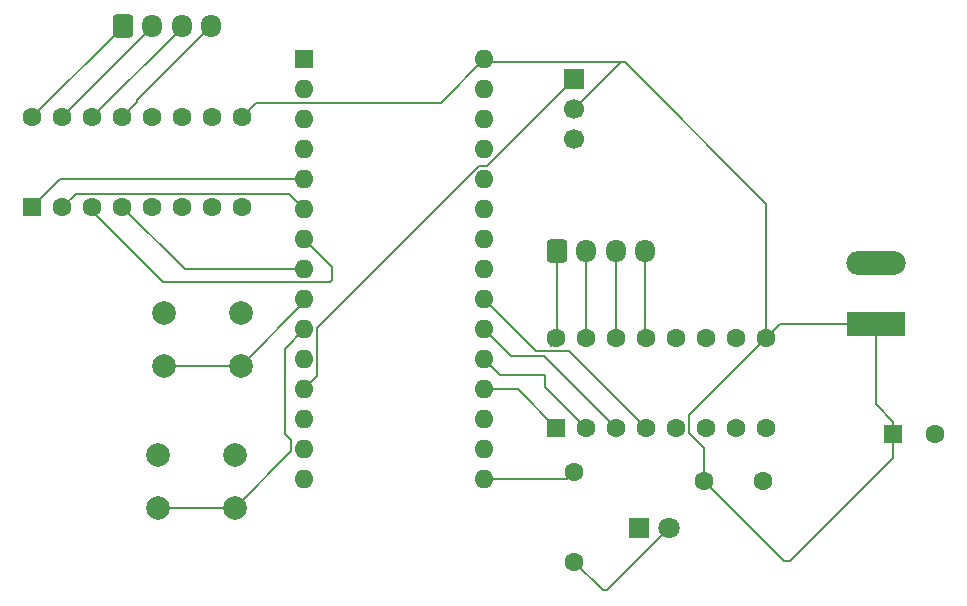
<source format=gbr>
%TF.GenerationSoftware,KiCad,Pcbnew,9.0.7*%
%TF.CreationDate,2026-01-19T18:35:35-08:00*%
%TF.ProjectId,polargraph plotter,706f6c61-7267-4726-9170-6820706c6f74,rev?*%
%TF.SameCoordinates,Original*%
%TF.FileFunction,Copper,L2,Bot*%
%TF.FilePolarity,Positive*%
%FSLAX46Y46*%
G04 Gerber Fmt 4.6, Leading zero omitted, Abs format (unit mm)*
G04 Created by KiCad (PCBNEW 9.0.7) date 2026-01-19 18:35:35*
%MOMM*%
%LPD*%
G01*
G04 APERTURE LIST*
G04 Aperture macros list*
%AMRoundRect*
0 Rectangle with rounded corners*
0 $1 Rounding radius*
0 $2 $3 $4 $5 $6 $7 $8 $9 X,Y pos of 4 corners*
0 Add a 4 corners polygon primitive as box body*
4,1,4,$2,$3,$4,$5,$6,$7,$8,$9,$2,$3,0*
0 Add four circle primitives for the rounded corners*
1,1,$1+$1,$2,$3*
1,1,$1+$1,$4,$5*
1,1,$1+$1,$6,$7*
1,1,$1+$1,$8,$9*
0 Add four rect primitives between the rounded corners*
20,1,$1+$1,$2,$3,$4,$5,0*
20,1,$1+$1,$4,$5,$6,$7,0*
20,1,$1+$1,$6,$7,$8,$9,0*
20,1,$1+$1,$8,$9,$2,$3,0*%
G04 Aperture macros list end*
%TA.AperFunction,ComponentPad*%
%ADD10C,1.600000*%
%TD*%
%TA.AperFunction,ComponentPad*%
%ADD11R,5.020000X2.020000*%
%TD*%
%TA.AperFunction,ComponentPad*%
%ADD12O,5.020000X2.020000*%
%TD*%
%TA.AperFunction,ComponentPad*%
%ADD13C,2.000000*%
%TD*%
%TA.AperFunction,ComponentPad*%
%ADD14RoundRect,0.250000X-0.550000X-0.550000X0.550000X-0.550000X0.550000X0.550000X-0.550000X0.550000X0*%
%TD*%
%TA.AperFunction,ComponentPad*%
%ADD15RoundRect,0.250000X0.550000X-0.550000X0.550000X0.550000X-0.550000X0.550000X-0.550000X-0.550000X0*%
%TD*%
%TA.AperFunction,ComponentPad*%
%ADD16R,1.600000X1.600000*%
%TD*%
%TA.AperFunction,ComponentPad*%
%ADD17O,1.600000X1.600000*%
%TD*%
%TA.AperFunction,ComponentPad*%
%ADD18R,1.700000X1.700000*%
%TD*%
%TA.AperFunction,ComponentPad*%
%ADD19C,1.700000*%
%TD*%
%TA.AperFunction,ComponentPad*%
%ADD20RoundRect,0.250000X-0.600000X-0.725000X0.600000X-0.725000X0.600000X0.725000X-0.600000X0.725000X0*%
%TD*%
%TA.AperFunction,ComponentPad*%
%ADD21O,1.700000X1.950000*%
%TD*%
%TA.AperFunction,ComponentPad*%
%ADD22R,1.800000X1.800000*%
%TD*%
%TA.AperFunction,ComponentPad*%
%ADD23C,1.800000*%
%TD*%
%TA.AperFunction,Conductor*%
%ADD24C,0.600000*%
%TD*%
%TA.AperFunction,Conductor*%
%ADD25C,0.200000*%
%TD*%
G04 APERTURE END LIST*
D10*
%TO.P,R1,1*%
%TO.N,Net-(D1-A)*%
X124500000Y-98310000D03*
%TO.P,R1,2*%
%TO.N,Net-(A1-SCK)*%
X124500000Y-90690000D03*
%TD*%
D11*
%TO.P,J5,1*%
%TO.N,/+5v*%
X150000000Y-78210000D03*
D12*
%TO.P,J5,2*%
%TO.N,GND*%
X150000000Y-73030000D03*
%TD*%
D13*
%TO.P,SW1,1,1*%
%TO.N,GND*%
X89250000Y-89250000D03*
X95750000Y-89250000D03*
%TO.P,SW1,2,2*%
%TO.N,Net-(A1-D7)*%
X89250000Y-93750000D03*
X95750000Y-93750000D03*
%TD*%
D14*
%TO.P,C1,1*%
%TO.N,/+5v*%
X151500000Y-87500000D03*
D10*
%TO.P,C1,2*%
%TO.N,GND*%
X155000000Y-87500000D03*
%TD*%
%TO.P,C2,1*%
%TO.N,/+5v*%
X135500000Y-91500000D03*
%TO.P,C2,2*%
%TO.N,GND*%
X140500000Y-91500000D03*
%TD*%
D15*
%TO.P,U1,1,I1*%
%TO.N,/MOT_L_1*%
X78610000Y-68305000D03*
D10*
%TO.P,U1,2,I2*%
%TO.N,/MOT_L_2*%
X81150000Y-68305000D03*
%TO.P,U1,3,I3*%
%TO.N,/MOT_L_3*%
X83690000Y-68305000D03*
%TO.P,U1,4,I4*%
%TO.N,/MOT_L_4*%
X86230000Y-68305000D03*
%TO.P,U1,5,I5*%
%TO.N,unconnected-(U1-I5-Pad5)*%
X88770000Y-68305000D03*
%TO.P,U1,6,I6*%
%TO.N,unconnected-(U1-I6-Pad6)*%
X91310000Y-68305000D03*
%TO.P,U1,7,I7*%
%TO.N,unconnected-(U1-I7-Pad7)*%
X93850000Y-68305000D03*
%TO.P,U1,8,GND*%
%TO.N,GND*%
X96390000Y-68305000D03*
%TO.P,U1,9,COM*%
%TO.N,/+5v*%
X96390000Y-60685000D03*
%TO.P,U1,10,O7*%
%TO.N,unconnected-(U1-O7-Pad10)*%
X93850000Y-60685000D03*
%TO.P,U1,11,O6*%
%TO.N,unconnected-(U1-O6-Pad11)*%
X91310000Y-60685000D03*
%TO.P,U1,12,O5*%
%TO.N,unconnected-(U1-O5-Pad12)*%
X88770000Y-60685000D03*
%TO.P,U1,13,O4*%
%TO.N,Net-(J4-Pin_4)*%
X86230000Y-60685000D03*
%TO.P,U1,14,O3*%
%TO.N,Net-(J4-Pin_3)*%
X83690000Y-60685000D03*
%TO.P,U1,15,O2*%
%TO.N,Net-(J4-Pin_2)*%
X81150000Y-60685000D03*
%TO.P,U1,16,O1*%
%TO.N,Net-(J4-Pin_1)*%
X78610000Y-60685000D03*
%TD*%
D13*
%TO.P,SW2,1,1*%
%TO.N,GND*%
X89750000Y-77250000D03*
X96250000Y-77250000D03*
%TO.P,SW2,2,2*%
%TO.N,Net-(A1-D6)*%
X89750000Y-81750000D03*
X96250000Y-81750000D03*
%TD*%
D16*
%TO.P,A1,1,TX1*%
%TO.N,unconnected-(A1-TX1-Pad1)*%
X101640000Y-55790000D03*
D17*
%TO.P,A1,2,RX1*%
%TO.N,unconnected-(A1-RX1-Pad2)*%
X101640000Y-58330000D03*
%TO.P,A1,3,~{RESET}*%
%TO.N,unconnected-(A1-~{RESET}-Pad3)*%
X101640000Y-60870000D03*
%TO.P,A1,4,GND*%
%TO.N,GND*%
X101640000Y-63410000D03*
%TO.P,A1,5,D2*%
%TO.N,/MOT_L_1*%
X101640000Y-65950000D03*
%TO.P,A1,6,D3*%
%TO.N,/MOT_L_2*%
X101640000Y-68490000D03*
%TO.P,A1,7,D4*%
%TO.N,/MOT_L_3*%
X101640000Y-71030000D03*
%TO.P,A1,8,D5*%
%TO.N,/MOT_L_4*%
X101640000Y-73570000D03*
%TO.P,A1,9,D6*%
%TO.N,Net-(A1-D6)*%
X101640000Y-76110000D03*
%TO.P,A1,10,D7*%
%TO.N,Net-(A1-D7)*%
X101640000Y-78650000D03*
%TO.P,A1,11,D8*%
%TO.N,unconnected-(A1-D8-Pad11)*%
X101640000Y-81190000D03*
%TO.P,A1,12,D9*%
%TO.N,/SERVO_SIG*%
X101640000Y-83730000D03*
%TO.P,A1,13,D10*%
%TO.N,unconnected-(A1-D10-Pad13)*%
X101640000Y-86270000D03*
%TO.P,A1,14,MOSI*%
%TO.N,unconnected-(A1-MOSI-Pad14)*%
X101640000Y-88810000D03*
%TO.P,A1,15,MISO*%
%TO.N,unconnected-(A1-MISO-Pad15)*%
X101640000Y-91350000D03*
%TO.P,A1,16,SCK*%
%TO.N,Net-(A1-SCK)*%
X116880000Y-91350000D03*
%TO.P,A1,17,3V3*%
%TO.N,unconnected-(A1-3V3-Pad17)*%
X116880000Y-88810000D03*
%TO.P,A1,18,AREF*%
%TO.N,unconnected-(A1-AREF-Pad18)*%
X116880000Y-86270000D03*
%TO.P,A1,19,A0*%
%TO.N,/MOT_R_1*%
X116880000Y-83730000D03*
%TO.P,A1,20,A1*%
%TO.N,/MOT_R_2*%
X116880000Y-81190000D03*
%TO.P,A1,21,A2*%
%TO.N,/MOT_R_3*%
X116880000Y-78650000D03*
%TO.P,A1,22,A3*%
%TO.N,/MOT_R_4*%
X116880000Y-76110000D03*
%TO.P,A1,23,SDA/A4*%
%TO.N,unconnected-(A1-SDA{slash}A4-Pad23)*%
X116880000Y-73570000D03*
%TO.P,A1,24,SCL/A5*%
%TO.N,unconnected-(A1-SCL{slash}A5-Pad24)*%
X116880000Y-71030000D03*
%TO.P,A1,25,A6*%
%TO.N,unconnected-(A1-A6-Pad25)*%
X116880000Y-68490000D03*
%TO.P,A1,26,A7*%
%TO.N,unconnected-(A1-A7-Pad26)*%
X116880000Y-65950000D03*
%TO.P,A1,27,+5V*%
%TO.N,unconnected-(A1-+5V-Pad27)*%
X116880000Y-63410000D03*
%TO.P,A1,28,~{RESET}*%
%TO.N,unconnected-(A1-~{RESET}-Pad28)*%
X116880000Y-60870000D03*
%TO.P,A1,29,GND*%
%TO.N,GND*%
X116880000Y-58330000D03*
%TO.P,A1,30,VIN*%
%TO.N,/+5v*%
X116880000Y-55790000D03*
%TD*%
D15*
%TO.P,U2,1,I1*%
%TO.N,/MOT_R_1*%
X122960000Y-87000000D03*
D10*
%TO.P,U2,2,I2*%
%TO.N,/MOT_R_2*%
X125500000Y-87000000D03*
%TO.P,U2,3,I3*%
%TO.N,/MOT_R_3*%
X128040000Y-87000000D03*
%TO.P,U2,4,I4*%
%TO.N,/MOT_R_4*%
X130580000Y-87000000D03*
%TO.P,U2,5,I5*%
%TO.N,unconnected-(U2-I5-Pad5)*%
X133120000Y-87000000D03*
%TO.P,U2,6,I6*%
%TO.N,unconnected-(U2-I6-Pad6)*%
X135660000Y-87000000D03*
%TO.P,U2,7,I7*%
%TO.N,unconnected-(U2-I7-Pad7)*%
X138200000Y-87000000D03*
%TO.P,U2,8,GND*%
%TO.N,GND*%
X140740000Y-87000000D03*
%TO.P,U2,9,COM*%
%TO.N,/+5v*%
X140740000Y-79380000D03*
%TO.P,U2,10,O7*%
%TO.N,unconnected-(U2-O7-Pad10)*%
X138200000Y-79380000D03*
%TO.P,U2,11,O6*%
%TO.N,unconnected-(U2-O6-Pad11)*%
X135660000Y-79380000D03*
%TO.P,U2,12,O5*%
%TO.N,unconnected-(U2-O5-Pad12)*%
X133120000Y-79380000D03*
%TO.P,U2,13,O4*%
%TO.N,Net-(J1-Pin_4)*%
X130580000Y-79380000D03*
%TO.P,U2,14,O3*%
%TO.N,Net-(J1-Pin_3)*%
X128040000Y-79380000D03*
%TO.P,U2,15,O2*%
%TO.N,Net-(J1-Pin_2)*%
X125500000Y-79380000D03*
%TO.P,U2,16,O1*%
%TO.N,Net-(J1-Pin_1)*%
X122960000Y-79380000D03*
%TD*%
D18*
%TO.P,J3,1,Pin_1*%
%TO.N,/SERVO_SIG*%
X124500000Y-57460000D03*
D19*
%TO.P,J3,2,Pin_2*%
%TO.N,/+5v*%
X124500000Y-60000000D03*
%TO.P,J3,3,Pin_3*%
%TO.N,GND*%
X124500000Y-62540000D03*
%TD*%
D20*
%TO.P,J1,1,Pin_1*%
%TO.N,Net-(J1-Pin_1)*%
X123000000Y-72000000D03*
D21*
%TO.P,J1,2,Pin_2*%
%TO.N,Net-(J1-Pin_2)*%
X125500000Y-72000000D03*
%TO.P,J1,3,Pin_3*%
%TO.N,Net-(J1-Pin_3)*%
X128000000Y-72000000D03*
%TO.P,J1,4,Pin_4*%
%TO.N,Net-(J1-Pin_4)*%
X130500000Y-72000000D03*
%TD*%
D22*
%TO.P,D1,1,K*%
%TO.N,GND*%
X129960000Y-95500000D03*
D23*
%TO.P,D1,2,A*%
%TO.N,Net-(D1-A)*%
X132500000Y-95500000D03*
%TD*%
D20*
%TO.P,J4,1,Pin_1*%
%TO.N,Net-(J4-Pin_1)*%
X86250000Y-52975000D03*
D21*
%TO.P,J4,2,Pin_2*%
%TO.N,Net-(J4-Pin_2)*%
X88750000Y-52975000D03*
%TO.P,J4,3,Pin_3*%
%TO.N,Net-(J4-Pin_3)*%
X91250000Y-52975000D03*
%TO.P,J4,4,Pin_4*%
%TO.N,Net-(J4-Pin_4)*%
X93750000Y-52975000D03*
%TD*%
D24*
%TO.N,GND*%
X96250000Y-77250000D02*
X96500000Y-77000000D01*
X95750000Y-89250000D02*
X96000000Y-89500000D01*
X89250000Y-89250000D02*
X89500000Y-89000000D01*
X96390000Y-68305000D02*
X96195000Y-68500000D01*
X96195000Y-68500000D02*
X96000000Y-68500000D01*
D25*
%TO.N,/SERVO_SIG*%
X102741000Y-82629000D02*
X101640000Y-83730000D01*
X124500000Y-57460000D02*
X117111000Y-64849000D01*
X102741000Y-78531950D02*
X102741000Y-82629000D01*
X116423950Y-64849000D02*
X102741000Y-78531950D01*
X117111000Y-64849000D02*
X116423950Y-64849000D01*
%TO.N,/+5v*%
X116880000Y-55790000D02*
X113170000Y-59500000D01*
X151500000Y-86500000D02*
X150000000Y-85000000D01*
X140740000Y-68000000D02*
X128780000Y-56040000D01*
X97575000Y-59500000D02*
X96390000Y-60685000D01*
X128780000Y-56040000D02*
X128460000Y-56040000D01*
X140740000Y-79380000D02*
X134221000Y-85899000D01*
X113170000Y-59500000D02*
X97575000Y-59500000D01*
X135500000Y-88735050D02*
X135500000Y-91500000D01*
X134221000Y-87456050D02*
X135500000Y-88735050D01*
X134221000Y-85899000D02*
X134221000Y-87456050D01*
X151500000Y-87500000D02*
X151500000Y-86500000D01*
X128460000Y-56040000D02*
X124500000Y-60000000D01*
X151500000Y-89500000D02*
X142751000Y-98249000D01*
X142751000Y-98249000D02*
X142249000Y-98249000D01*
X151500000Y-87500000D02*
X151500000Y-89500000D01*
X142249000Y-98249000D02*
X135500000Y-91500000D01*
X150000000Y-85000000D02*
X150000000Y-78210000D01*
X128780000Y-56040000D02*
X117130000Y-56040000D01*
X117130000Y-56040000D02*
X116880000Y-55790000D01*
X140740000Y-79380000D02*
X140740000Y-68000000D01*
X141910000Y-78210000D02*
X140740000Y-79380000D01*
X150000000Y-78210000D02*
X141910000Y-78210000D01*
%TO.N,Net-(A1-SCK)*%
X116880000Y-91350000D02*
X123840000Y-91350000D01*
X123840000Y-91350000D02*
X124500000Y-90690000D01*
%TO.N,/MOT_L_3*%
X83690000Y-68305000D02*
X84000000Y-68615000D01*
X89671000Y-74671000D02*
X103829000Y-74671000D01*
X84000000Y-68615000D02*
X84000000Y-69000000D01*
X84000000Y-69000000D02*
X89671000Y-74671000D01*
X104000000Y-73390000D02*
X101640000Y-71030000D01*
X104000000Y-74500000D02*
X104000000Y-73390000D01*
X103829000Y-74671000D02*
X104000000Y-74500000D01*
%TO.N,/MOT_R_1*%
X116880000Y-83730000D02*
X119690000Y-83730000D01*
X119690000Y-83730000D02*
X122960000Y-87000000D01*
%TO.N,/MOT_R_2*%
X122000000Y-82500000D02*
X122000000Y-83500000D01*
X116880000Y-81190000D02*
X118190000Y-82500000D01*
X122000000Y-83500000D02*
X125500000Y-87000000D01*
X118190000Y-82500000D02*
X122000000Y-82500000D01*
%TO.N,/MOT_L_1*%
X80965000Y-65950000D02*
X101640000Y-65950000D01*
X78610000Y-68305000D02*
X80965000Y-65950000D01*
%TO.N,/MOT_L_2*%
X81150000Y-68305000D02*
X82301000Y-67154000D01*
X100304000Y-67154000D02*
X101640000Y-68490000D01*
X82301000Y-67154000D02*
X100304000Y-67154000D01*
%TO.N,Net-(A1-D6)*%
X101640000Y-76360000D02*
X101640000Y-76110000D01*
X89750000Y-81750000D02*
X96250000Y-81750000D01*
X102000000Y-76000000D02*
X101750000Y-76000000D01*
X101640000Y-76110000D02*
X101750000Y-76000000D01*
X96250000Y-81750000D02*
X101640000Y-76360000D01*
%TO.N,/MOT_L_4*%
X91495000Y-73570000D02*
X101640000Y-73570000D01*
X86230000Y-68305000D02*
X91495000Y-73570000D01*
%TO.N,/MOT_R_4*%
X124061000Y-80481000D02*
X130580000Y-87000000D01*
X121251000Y-80481000D02*
X124061000Y-80481000D01*
X116880000Y-76110000D02*
X121251000Y-80481000D01*
%TO.N,Net-(A1-D7)*%
X95750000Y-93750000D02*
X100539000Y-88961000D01*
X100539000Y-88039000D02*
X100000000Y-87500000D01*
X100000000Y-87500000D02*
X100000000Y-80290000D01*
X89250000Y-93750000D02*
X95750000Y-93750000D01*
X100000000Y-80290000D02*
X101640000Y-78650000D01*
X100539000Y-88961000D02*
X100539000Y-88039000D01*
%TO.N,/MOT_R_3*%
X119112000Y-80882000D02*
X121922000Y-80882000D01*
X116880000Y-78650000D02*
X119112000Y-80882000D01*
X121922000Y-80882000D02*
X128040000Y-87000000D01*
%TO.N,Net-(J1-Pin_4)*%
X130500000Y-79300000D02*
X130580000Y-79380000D01*
X130500000Y-72000000D02*
X130500000Y-79300000D01*
%TO.N,Net-(J1-Pin_1)*%
X123000000Y-72000000D02*
X123000000Y-79580000D01*
X123000000Y-79580000D02*
X122500000Y-80080000D01*
%TO.N,Net-(J1-Pin_3)*%
X128000000Y-79340000D02*
X128040000Y-79380000D01*
X128000000Y-72000000D02*
X128000000Y-79340000D01*
%TO.N,Net-(J1-Pin_2)*%
X125500000Y-72000000D02*
X125500000Y-79380000D01*
%TO.N,Net-(J4-Pin_4)*%
X87500000Y-59225000D02*
X87500000Y-59415000D01*
X93750000Y-52975000D02*
X87500000Y-59225000D01*
X87500000Y-59415000D02*
X86230000Y-60685000D01*
%TO.N,Net-(J4-Pin_2)*%
X88750000Y-52975000D02*
X88750000Y-53085000D01*
X88750000Y-53085000D02*
X81150000Y-60685000D01*
%TO.N,Net-(J4-Pin_1)*%
X86250000Y-52975000D02*
X86250000Y-53045000D01*
X86250000Y-53045000D02*
X78610000Y-60685000D01*
%TO.N,Net-(J4-Pin_3)*%
X91250000Y-53125000D02*
X83690000Y-60685000D01*
X91250000Y-52975000D02*
X91250000Y-53125000D01*
%TO.N,Net-(D1-A)*%
X124500000Y-98310000D02*
X126941000Y-100751000D01*
X127249000Y-100751000D02*
X132500000Y-95500000D01*
X126941000Y-100751000D02*
X127249000Y-100751000D01*
%TD*%
M02*

</source>
